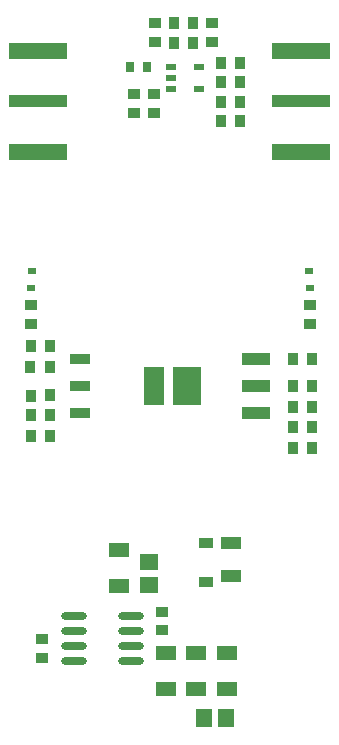
<source format=gtp>
G04*
G04 #@! TF.GenerationSoftware,Altium Limited,Altium Designer,19.0.15 (446)*
G04*
G04 Layer_Color=8421504*
%FSLAX25Y25*%
%MOIN*%
G70*
G01*
G75*
%ADD16R,0.07087X0.04528*%
%ADD17O,0.08661X0.02362*%
%ADD18R,0.03937X0.03543*%
%ADD19R,0.03543X0.03937*%
%ADD20R,0.06260X0.05472*%
%ADD21R,0.05472X0.06260*%
%ADD22R,0.03543X0.02362*%
%ADD23R,0.02756X0.03543*%
%ADD24R,0.19685X0.03937*%
%ADD25R,0.19685X0.05512*%
%ADD26R,0.07087X0.03937*%
G04:AMPARAMS|DCode=27|XSize=125.98mil|YSize=68.9mil|CornerRadius=2.07mil|HoleSize=0mil|Usage=FLASHONLY|Rotation=90.000|XOffset=0mil|YOffset=0mil|HoleType=Round|Shape=RoundedRectangle|*
%AMROUNDEDRECTD27*
21,1,0.12598,0.06476,0,0,90.0*
21,1,0.12185,0.06890,0,0,90.0*
1,1,0.00413,0.03238,0.06093*
1,1,0.00413,0.03238,-0.06093*
1,1,0.00413,-0.03238,-0.06093*
1,1,0.00413,-0.03238,0.06093*
%
%ADD27ROUNDEDRECTD27*%
G04:AMPARAMS|DCode=28|XSize=35.43mil|YSize=68.9mil|CornerRadius=1.95mil|HoleSize=0mil|Usage=FLASHONLY|Rotation=90.000|XOffset=0mil|YOffset=0mil|HoleType=Round|Shape=RoundedRectangle|*
%AMROUNDEDRECTD28*
21,1,0.03543,0.06500,0,0,90.0*
21,1,0.03154,0.06890,0,0,90.0*
1,1,0.00390,0.03250,0.01577*
1,1,0.00390,0.03250,-0.01577*
1,1,0.00390,-0.03250,-0.01577*
1,1,0.00390,-0.03250,0.01577*
%
%ADD28ROUNDEDRECTD28*%
%ADD29R,0.03150X0.02362*%
%ADD30R,0.04803X0.03602*%
%ADD31R,0.09449X0.03937*%
%ADD32R,0.09449X0.12992*%
D16*
X309449Y237205D02*
D03*
Y225394D02*
D03*
X273634Y271654D02*
D03*
Y259842D02*
D03*
X289306Y237205D02*
D03*
Y225394D02*
D03*
X299213Y237205D02*
D03*
Y225394D02*
D03*
D17*
X277454Y234626D02*
D03*
Y239626D02*
D03*
Y244626D02*
D03*
Y249626D02*
D03*
X258557Y234626D02*
D03*
Y239626D02*
D03*
Y244626D02*
D03*
Y249626D02*
D03*
D18*
X248032Y242165D02*
D03*
Y235866D02*
D03*
X337136Y353429D02*
D03*
Y347130D02*
D03*
X244319Y353429D02*
D03*
Y347130D02*
D03*
X287900Y244882D02*
D03*
X287795Y251181D02*
D03*
X285254Y417457D02*
D03*
X285150Y423756D02*
D03*
X285650Y440957D02*
D03*
Y447256D02*
D03*
X304650Y447256D02*
D03*
Y440957D02*
D03*
X278754Y417457D02*
D03*
X278650Y423756D02*
D03*
D19*
X337894Y305667D02*
D03*
X331594Y305772D02*
D03*
X331594Y312772D02*
D03*
X337894D02*
D03*
X244065Y332780D02*
D03*
X250468D02*
D03*
X250468Y339779D02*
D03*
X244169D02*
D03*
X307500Y421106D02*
D03*
X313799D02*
D03*
X337894Y335432D02*
D03*
X331594Y335327D02*
D03*
X337894Y326376D02*
D03*
X331594Y326272D02*
D03*
X244169Y323175D02*
D03*
X250468Y323280D02*
D03*
X244288Y316724D02*
D03*
X250587D02*
D03*
X313904Y434106D02*
D03*
X307500D02*
D03*
X313799Y414606D02*
D03*
X307605D02*
D03*
X292000Y440606D02*
D03*
X298299D02*
D03*
X292000Y447256D02*
D03*
X298299D02*
D03*
X313904Y427606D02*
D03*
X307500D02*
D03*
X244379Y309780D02*
D03*
X250678D02*
D03*
X337894Y319376D02*
D03*
X331594Y319272D02*
D03*
D20*
X283465Y260020D02*
D03*
Y267539D02*
D03*
D21*
X309272Y215748D02*
D03*
X301857D02*
D03*
D22*
X290925Y432846D02*
D03*
Y429106D02*
D03*
X291030Y425366D02*
D03*
X300374D02*
D03*
Y432846D02*
D03*
D23*
X282906Y432606D02*
D03*
X277394D02*
D03*
D24*
X334252Y421260D02*
D03*
X246457D02*
D03*
D25*
X334357Y437992D02*
D03*
Y404528D02*
D03*
X246561D02*
D03*
Y437992D02*
D03*
D26*
X311024Y262992D02*
D03*
Y273911D02*
D03*
D27*
X285227Y326279D02*
D03*
D28*
X260725Y317224D02*
D03*
X260620Y326279D02*
D03*
Y335335D02*
D03*
D29*
X244319Y358925D02*
D03*
X244424Y364634D02*
D03*
X337136Y358925D02*
D03*
X337032Y364634D02*
D03*
D30*
X302651Y261089D02*
D03*
Y273982D02*
D03*
D31*
X319161Y317216D02*
D03*
Y326272D02*
D03*
Y335327D02*
D03*
D32*
X296327Y326272D02*
D03*
M02*

</source>
